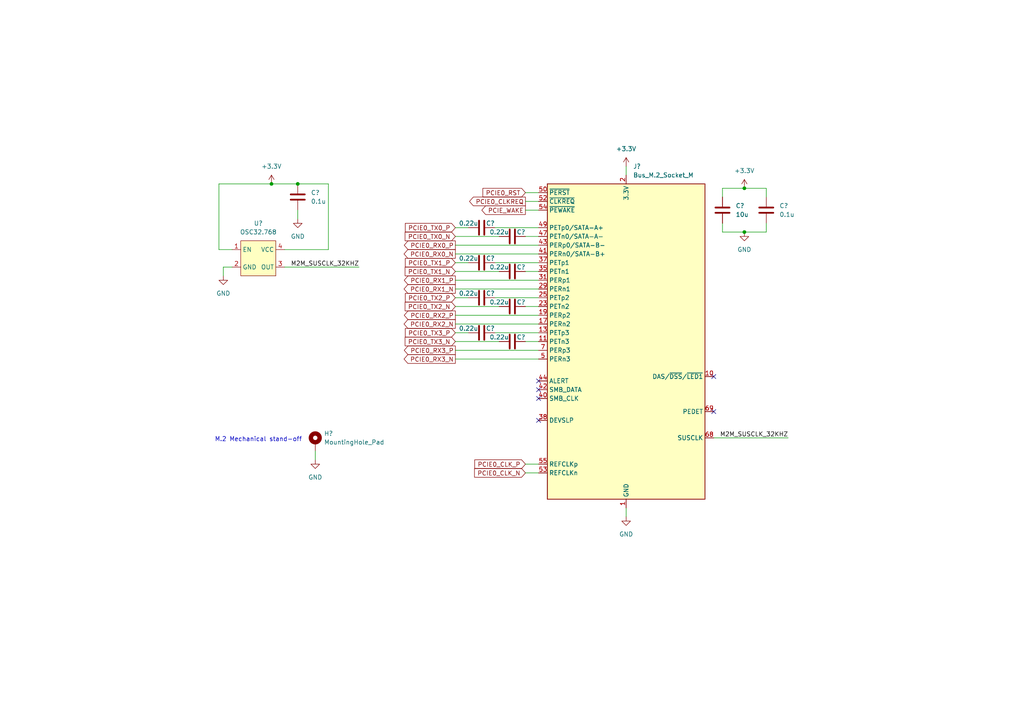
<source format=kicad_sch>
(kicad_sch (version 20211123) (generator eeschema)
  (paper "A4")
  (title_block (title "M.2 SSD (Key M)") (date "2022-09-18") (rev "1.0"))
  (lib_symbols
    (symbol "Connector:Bus_M.2_Socket_M"
      (property "Reference" "J?" (at 2.0194 50.8 0))
      (property "Value" "Bus_M.2_Socket_M" (at 2.0194 48.26 0))
      (symbol "Bus_M.2_Socket_M_0_1"
        (rectangle (start -22.86 45.72) (end 22.86 -45.72) (stroke (width 0.254)) (fill (type background)))
      )
      (symbol "Bus_M.2_Socket_M_1_1"
        (pin power_in line (at 0 -48.26 90) (length 2.54) (name "GND") (number "1"))
        (pin bidirectional line (at 25.4 -10.16 180) (length 2.54) (name "DAS/~{DSS}/~{LED1}") (number "10"))
        (pin output line (at -25.4 0 0) (length 2.54) (name "PETn3") (number "11"))
        (pin passive line (at 0 48.26 270) (length 2.54) hide (name "3.3V") (number "12"))
        (pin output line (at -25.4 2.54 0) (length 2.54) (name "PETp3") (number "13"))
        (pin passive line (at 0 48.26 270) (length 2.54) hide (name "3.3V") (number "14"))
        (pin passive line (at 0 -48.26 90) (length 2.54) hide (name "GND") (number "15"))
        (pin passive line (at 0 48.26 270) (length 2.54) hide (name "3.3V") (number "16"))
        (pin input line (at -25.4 5.08 0) (length 2.54) (name "PERn2") (number "17"))
        (pin passive line (at 0 48.26 270) (length 2.54) hide (name "3.3V") (number "18"))
        (pin input line (at -25.4 7.62 0) (length 2.54) (name "PERp2") (number "19"))
        (pin power_in line (at 0 48.26 270) (length 2.54) (name "3.3V") (number "2"))
        (pin no_connect line (at 22.86 2.54 180) (length 2.54) hide (name "NC") (number "20"))
        (pin passive line (at 0 -48.26 90) (length 2.54) hide (name "GND") (number "21"))
        (pin no_connect line (at 22.86 5.08 180) (length 2.54) hide (name "NC") (number "22"))
        (pin output line (at -25.4 10.16 0) (length 2.54) (name "PETn2") (number "23"))
        (pin no_connect line (at 22.86 7.62 180) (length 2.54) hide (name "NC") (number "24"))
        (pin output line (at -25.4 12.7 0) (length 2.54) (name "PETp2") (number "25"))
        (pin no_connect line (at 22.86 10.16 180) (length 2.54) hide (name "NC") (number "26"))
        (pin passive line (at 0 -48.26 90) (length 2.54) hide (name "GND") (number "27"))
        (pin no_connect line (at 22.86 12.7 180) (length 2.54) hide (name "NC") (number "28"))
        (pin input line (at -25.4 15.24 0) (length 2.54) (name "PERn1") (number "29"))
        (pin passive line (at 0 -48.26 90) (length 2.54) hide (name "GND") (number "3"))
        (pin no_connect line (at 22.86 15.24 180) (length 2.54) hide (name "NC") (number "30"))
        (pin input line (at -25.4 17.78 0) (length 2.54) (name "PERp1") (number "31"))
        (pin no_connect line (at 22.86 17.78 180) (length 2.54) hide (name "NC") (number "32"))
        (pin passive line (at 0 -48.26 90) (length 2.54) hide (name "GND") (number "33"))
        (pin no_connect line (at 22.86 20.32 180) (length 2.54) hide (name "NC") (number "34"))
        (pin output line (at -25.4 20.32 0) (length 2.54) (name "PETn1") (number "35"))
        (pin no_connect line (at 22.86 22.86 180) (length 2.54) hide (name "NC") (number "36"))
        (pin output line (at -25.4 22.86 0) (length 2.54) (name "PETp1") (number "37"))
        (pin output line (at -25.4 -22.86 0) (length 2.54) (name "DEVSLP") (number "38"))
        (pin passive line (at 0 -48.26 90) (length 2.54) hide (name "GND") (number "39"))
        (pin passive line (at 0 48.26 270) (length 2.54) hide (name "3.3V") (number "4"))
        (pin input line (at -25.4 -16.51 0) (length 2.54) (name "SMB_CLK") (number "40"))
        (pin input line (at -25.4 25.4 0) (length 2.54) (name "PERn0/SATA-B+") (number "41"))
        (pin input line (at -25.4 -13.97 0) (length 2.54) (name "SMB_DATA") (number "42"))
        (pin input line (at -25.4 27.94 0) (length 2.54) (name "PERp0/SATA-B-") (number "43"))
        (pin input line (at -25.4 -11.43 0) (length 2.54) (name "ALERT") (number "44"))
        (pin passive line (at 0 -48.26 90) (length 2.54) hide (name "GND") (number "45"))
        (pin no_connect line (at 22.86 33.02 180) (length 2.54) hide (name "NC") (number "46"))
        (pin output line (at -25.4 30.48 0) (length 2.54) (name "PETn0/SATA-A-") (number "47"))
        (pin no_connect line (at 22.86 35.56 180) (length 2.54) hide (name "NC") (number "48"))
        (pin output line (at -25.4 33.02 0) (length 2.54) (name "PETp0/SATA-A+") (number "49"))
        (pin input line (at -25.4 -5.08 0) (length 2.54) (name "PERn3") (number "5"))
        (pin output line (at -25.4 43.18 0) (length 2.54) (name "~{PERST}") (number "50"))
        (pin passive line (at 0 -48.26 90) (length 2.54) hide (name "GND") (number "51"))
        (pin bidirectional line (at -25.4 40.64 0) (length 2.54) (name "~{CLKREQ}") (number "52"))
        (pin output line (at -25.4 -38.1 0) (length 2.54) (name "REFCLKn") (number "53"))
        (pin bidirectional line (at -25.4 38.1 0) (length 2.54) (name "~{PEWAKE}") (number "54"))
        (pin output line (at -25.4 -35.56 0) (length 2.54) (name "REFCLKp") (number "55"))
        (pin no_connect line (at 22.86 38.1 180) (length 2.54) hide (name "NC") (number "56"))
        (pin passive line (at 0 -48.26 90) (length 2.54) hide (name "GND") (number "57"))
        (pin no_connect line (at 22.86 40.64 180) (length 2.54) hide (name "NC") (number "58"))
        (pin no_connect line (at 22.86 -2.54 180) (length 2.54) hide (name "NC") (number "6"))
        (pin no_connect line (at 22.86 -5.08 180) (length 2.54) hide (name "NC") (number "67"))
        (pin output line (at 25.4 -27.94 180) (length 2.54) (name "SUSCLK") (number "68"))
        (pin passive line (at 25.4 -20.32 180) (length 2.54) (name "PEDET") (number "69"))
        (pin input line (at -25.4 -2.54 0) (length 2.54) (name "PERp3") (number "7"))
        (pin passive line (at 0 48.26 270) (length 2.54) hide (name "3.3V") (number "70"))
        (pin passive line (at 0 -48.26 90) (length 2.54) hide (name "GND") (number "71"))
        (pin passive line (at 0 48.26 270) (length 2.54) hide (name "3.3V") (number "72"))
        (pin passive line (at 0 -48.26 90) (length 2.54) hide (name "GND") (number "73"))
        (pin passive line (at 0 48.26 270) (length 2.54) hide (name "3.3V") (number "74"))
        (pin passive line (at 0 -48.26 90) (length 2.54) hide (name "GND") (number "75"))
        (pin no_connect line (at 22.86 0 180) (length 2.54) hide (name "NC") (number "8"))
        (pin passive line (at 0 -48.26 90) (length 2.54) hide (name "GND") (number "9"))
      )
    )
    (symbol "Crystals:OSC32.768"
      (property "Reference" "U" (at 0 5.08 0))
      (property "Value" "OSC32.768" (at 0 2.54 0))
      (symbol "OSC32.768_0_1"
        (rectangle (start -5.08 0) (end 5.08 -10.16) (fill (type background)))
      )
      (symbol "OSC32.768_1_1"
        (pin input line (at -7.62 -2.54 0) (length 2.54) (name "EN") (number "1"))
        (pin input line (at -7.62 -7.62 0) (length 2.54) (name "GND") (number "2"))
        (pin input line (at 7.62 -7.62 180) (length 2.54) (name "OUT") (number "3"))
        (pin input line (at 7.62 -2.54 180) (length 2.54) (name "VCC") (number "4"))
      )
    )
    (symbol "Device:C" (pin_numbers hide) (pin_names (offset 0.254))
      (property "Reference" "C" (at 0.635 2.54 0))
      (property "Value" "C" (at 0.635 -2.54 0))
      (symbol "C_0_1"
        (polyline (pts (xy -2.032 -0.762) (xy 2.032 -0.762)) (stroke (width 0.508)))
        (polyline (pts (xy -2.032 0.762) (xy 2.032 0.762)) (stroke (width 0.508)))
      )
      (symbol "C_1_1"
        (pin passive line (at 0 3.81 270) (length 2.794) (name "~") (number "1"))
        (pin passive line (at 0 -3.81 90) (length 2.794) (name "~") (number "2"))
      )
    )
    (symbol "Mechanical:MountingHole_Pad" (pin_numbers hide) (pin_names (offset 1.016) hide)
      (property "Reference" "H" (at 0 6.35 0))
      (property "Value" "MountingHole_Pad" (at 0 4.445 0))
      (symbol "MountingHole_Pad_0_1"
        (circle (center 0 1.27) (radius 1.27) (stroke (width 1.27)))
      )
      (symbol "MountingHole_Pad_1_1"
        (pin input line (at 0 -2.54 90) (length 2.54) (name "1") (number "1"))
      )
    )
    (symbol "power:+3.3V" (power) (pin_names (offset 0))
      (property "Value" "+3.3V" (at 0 3.556 0))
      (symbol "+3.3V_0_1"
        (polyline (pts (xy -0.762 1.27) (xy 0 2.54)))
        (polyline (pts (xy 0 0) (xy 0 2.54)))
        (polyline (pts (xy 0 2.54) (xy 0.762 1.27)))
      )
      (symbol "+3.3V_1_1"
        (pin power_in line (at 0 0 90) (length 0) hide (name "+3.3V") (number "1"))
      )
    )
    (symbol "power:GND" (power) (pin_names (offset 0))
      (property "Value" "GND" (at 0 -3.81 0))
      (symbol "GND_0_1"
        (polyline (pts (xy 0 0) (xy 0 -1.27) (xy 1.27 -1.27) (xy 0 -2.54) (xy -1.27 -1.27) (xy 0 -1.27)))
      )
      (symbol "GND_1_1"
        (pin power_in line (at 0 0 270) (length 0) hide (name "GND") (number "1"))
      )
    )
  )
  (junction (at 215.9 54.61))
  (junction (at 215.9 67.31))
  (junction (at 78.74 53.34))
  (junction (at 86.36 53.34))
  (no_connect (at 156.21 110.49))
  (no_connect (at 156.21 113.03))
  (no_connect (at 156.21 115.57))
  (no_connect (at 156.21 121.92))
  (no_connect (at 207.01 109.22))
  (no_connect (at 207.01 119.38))
  (wire (pts (xy 209.55 57.15) (xy 209.55 54.61)))
  (wire (pts (xy 132.08 86.36) (xy 135.89 86.36)))
  (wire (pts (xy 95.25 53.34) (xy 86.36 53.34)))
  (wire (pts (xy 132.08 91.44) (xy 156.21 91.44)))
  (wire (pts (xy 132.08 101.6) (xy 156.21 101.6)))
  (wire (pts (xy 82.55 72.39) (xy 95.25 72.39)))
  (wire (pts (xy 152.4 68.58) (xy 156.21 68.58)))
  (wire (pts (xy 143.51 76.2) (xy 156.21 76.2)))
  (wire (pts (xy 207.01 127) (xy 228.6 127)))
  (wire (pts (xy 132.08 76.2) (xy 135.89 76.2)))
  (wire (pts (xy 86.36 60.96) (xy 86.36 63.5)))
  (wire (pts (xy 132.08 104.14) (xy 156.21 104.14)))
  (wire (pts (xy 152.4 58.42) (xy 156.21 58.42)))
  (wire (pts (xy 82.55 77.47) (xy 104.14 77.47)))
  (wire (pts (xy 222.25 67.31) (xy 215.9 67.31)))
  (wire (pts (xy 63.5 72.39) (xy 67.31 72.39)))
  (wire (pts (xy 63.5 53.34) (xy 78.74 53.34)))
  (wire (pts (xy 152.4 88.9) (xy 156.21 88.9)))
  (wire (pts (xy 181.61 48.26) (xy 181.61 50.8)))
  (wire (pts (xy 64.77 77.47) (xy 67.31 77.47)))
  (wire (pts (xy 132.08 78.74) (xy 144.78 78.74)))
  (wire (pts (xy 152.4 55.88) (xy 156.21 55.88)))
  (wire (pts (xy 209.55 54.61) (xy 215.9 54.61)))
  (wire (pts (xy 132.08 88.9) (xy 144.78 88.9)))
  (wire (pts (xy 91.44 130.81) (xy 91.44 133.35)))
  (wire (pts (xy 132.08 71.12) (xy 156.21 71.12)))
  (wire (pts (xy 143.51 66.04) (xy 156.21 66.04)))
  (wire (pts (xy 64.77 80.01) (xy 64.77 77.47)))
  (wire (pts (xy 95.25 72.39) (xy 95.25 53.34)))
  (wire (pts (xy 152.4 134.62) (xy 156.21 134.62)))
  (wire (pts (xy 132.08 81.28) (xy 156.21 81.28)))
  (wire (pts (xy 152.4 60.96) (xy 156.21 60.96)))
  (wire (pts (xy 132.08 99.06) (xy 144.78 99.06)))
  (wire (pts (xy 132.08 96.52) (xy 135.89 96.52)))
  (wire (pts (xy 152.4 137.16) (xy 156.21 137.16)))
  (wire (pts (xy 132.08 66.04) (xy 135.89 66.04)))
  (wire (pts (xy 78.74 53.34) (xy 86.36 53.34)))
  (wire (pts (xy 143.51 86.36) (xy 156.21 86.36)))
  (wire (pts (xy 132.08 93.98) (xy 156.21 93.98)))
  (wire (pts (xy 222.25 54.61) (xy 215.9 54.61)))
  (wire (pts (xy 143.51 96.52) (xy 156.21 96.52)))
  (wire (pts (xy 132.08 68.58) (xy 144.78 68.58)))
  (wire (pts (xy 222.25 57.15) (xy 222.25 54.61)))
  (wire (pts (xy 152.4 99.06) (xy 156.21 99.06)))
  (wire (pts (xy 132.08 73.66) (xy 156.21 73.66)))
  (wire (pts (xy 152.4 78.74) (xy 156.21 78.74)))
  (wire (pts (xy 222.25 64.77) (xy 222.25 67.31)))
  (wire (pts (xy 181.61 147.32) (xy 181.61 149.86)))
  (wire (pts (xy 209.55 64.77) (xy 209.55 67.31)))
  (wire (pts (xy 63.5 53.34) (xy 63.5 72.39)))
  (wire (pts (xy 132.08 83.82) (xy 156.21 83.82)))
  (wire (pts (xy 209.55 67.31) (xy 215.9 67.31)))
  (text "M.2 Mechanical stand-off" (at 87.63 128.27 180) (effects (font (size 1.27 1.27)) (justify right bottom)))
  (label "M2M_SUSCLK_32KHZ" (at 228.6 127 180))
  (label "M2M_SUSCLK_32KHZ" (at 104.14 77.47 180))
  (global_label "PCIE0_TX3_P" (shape input) (at 132.08 96.52 180) (property "Intersheet References" "${INTERSHEET_REFS}" (effects hide)))
  (global_label "PCIE0_RX0_N" (shape output) (at 132.08 73.66 180) (property "Intersheet References" "${INTERSHEET_REFS}" (effects hide)))
  (global_label "PCIE0_RX2_N" (shape output) (at 132.08 93.98 180) (property "Intersheet References" "${INTERSHEET_REFS}" (effects hide)))
  (global_label "PCIE0_RX2_P" (shape output) (at 132.08 91.44 180) (property "Intersheet References" "${INTERSHEET_REFS}" (effects hide)))
  (global_label "PCIE0_TX0_P" (shape input) (at 132.08 66.04 180) (property "Intersheet References" "${INTERSHEET_REFS}" (effects hide)))
  (global_label "PCIE_WAKE" (shape output) (at 152.4 60.96 180) (property "Intersheet References" "${INTERSHEET_REFS}" (effects hide)))
  (global_label "PCIE0_RX3_P" (shape output) (at 132.08 101.6 180) (property "Intersheet References" "${INTERSHEET_REFS}" (effects hide)))
  (global_label "PCIE0_RX1_N" (shape output) (at 132.08 83.82 180) (property "Intersheet References" "${INTERSHEET_REFS}" (effects hide)))
  (global_label "PCIE0_CLKREQ" (shape output) (at 152.4 58.42 180) (property "Intersheet References" "${INTERSHEET_REFS}" (effects hide)))
  (global_label "PCIE0_TX2_N" (shape input) (at 132.08 88.9 180) (property "Intersheet References" "${INTERSHEET_REFS}" (effects hide)))
  (global_label "PCIE0_RX0_P" (shape output) (at 132.08 71.12 180) (property "Intersheet References" "${INTERSHEET_REFS}" (effects hide)))
  (global_label "PCIE0_TX1_P" (shape input) (at 132.08 76.2 180) (property "Intersheet References" "${INTERSHEET_REFS}" (effects hide)))
  (global_label "PCIE0_TX3_N" (shape input) (at 132.08 99.06 180) (property "Intersheet References" "${INTERSHEET_REFS}" (effects hide)))
  (global_label "PCIE0_TX1_N" (shape input) (at 132.08 78.74 180) (property "Intersheet References" "${INTERSHEET_REFS}" (effects hide)))
  (global_label "PCIE0_TX2_P" (shape input) (at 132.08 86.36 180) (property "Intersheet References" "${INTERSHEET_REFS}" (effects hide)))
  (global_label "PCIE0_TX0_N" (shape input) (at 132.08 68.58 180) (property "Intersheet References" "${INTERSHEET_REFS}" (effects hide)))
  (global_label "PCIE0_RX1_P" (shape output) (at 132.08 81.28 180) (property "Intersheet References" "${INTERSHEET_REFS}" (effects hide)))
  (global_label "PCIE0_RST" (shape input) (at 152.4 55.88 180) (property "Intersheet References" "${INTERSHEET_REFS}" (effects hide)))
  (global_label "PCIE0_CLK_N" (shape input) (at 152.4 137.16 180) (property "Intersheet References" "${INTERSHEET_REFS}" (effects hide)))
  (global_label "PCIE0_RX3_N" (shape output) (at 132.08 104.14 180) (property "Intersheet References" "${INTERSHEET_REFS}" (effects hide)))
  (global_label "PCIE0_CLK_P" (shape input) (at 152.4 134.62 180) (property "Intersheet References" "${INTERSHEET_REFS}" (effects hide)))
  (symbol (lib_id "Mechanical:MountingHole_Pad") (at 91.44 128.27 0) (unit 1)
    (property "Reference" "H?" (at 93.98 125.7299 0) (effects (justify left)))
    (property "Value" "MountingHole_Pad" (at 93.98 128.2699 0) (effects (justify left)))
  )
  (symbol (lib_id "Crystals:OSC32.768") (at 74.93 69.85 0) (unit 1)
    (property "Reference" "U?" (at 74.93 64.77 0))
    (property "Value" "OSC32.768" (at 74.93 67.31 0))
  )
  (symbol (lib_id "power:GND") (at 181.61 149.86 0) (unit 1)
    (property "Reference" "#PWR?" (effects hide))
    (property "Value" "GND" (at 181.61 154.94 0))
  )
  (symbol (lib_id "Device:C") (at 139.7 86.36 90) (unit 1)
    (property "Reference" "C?" (at 142.24 85.09 90))
    (property "Value" "0.22u" (at 135.89 85.09 90))
  )
  (symbol (lib_id "power:GND") (at 91.44 133.35 0) (unit 1)
    (property "Reference" "#PWR?" (effects hide))
    (property "Value" "GND" (at 91.44 138.43 0))
  )
  (symbol (lib_id "Device:C") (at 86.36 57.15 0) (unit 1)
    (property "Reference" "C?" (at 90.17 55.8799 0) (effects (justify left)))
    (property "Value" "0.1u" (at 90.17 58.4199 0) (effects (justify left)))
  )
  (symbol (lib_id "power:+3.3V") (at 78.74 53.34 0) (unit 1)
    (property "Reference" "#PWR?" (effects hide))
    (property "Value" "+3.3V" (at 78.74 48.26 0))
  )
  (symbol (lib_id "power:GND") (at 64.77 80.01 0) (unit 1)
    (property "Reference" "#PWR?" (effects hide))
    (property "Value" "GND" (at 64.77 85.09 0))
  )
  (symbol (lib_id "Device:C") (at 222.25 60.96 0) (unit 1)
    (property "Reference" "C?" (at 226.06 59.6899 0) (effects (justify left)))
    (property "Value" "0.1u" (at 226.06 62.2299 0) (effects (justify left)))
  )
  (symbol (lib_id "Device:C") (at 148.59 99.06 90) (unit 1)
    (property "Reference" "C?" (at 151.13 97.79 90))
    (property "Value" "0.22u" (at 144.78 97.79 90))
  )
  (symbol (lib_id "power:GND") (at 215.9 67.31 0) (unit 1)
    (property "Reference" "#PWR?" (effects hide))
    (property "Value" "GND" (at 215.9 72.39 0))
  )
  (symbol (lib_id "power:+3.3V") (at 215.9 54.61 0) (unit 1)
    (property "Reference" "#PWR?" (effects hide))
    (property "Value" "+3.3V" (at 215.9 49.53 0))
  )
  (symbol (lib_id "Device:C") (at 148.59 78.74 90) (unit 1)
    (property "Reference" "C?" (at 151.13 77.47 90))
    (property "Value" "0.22u" (at 144.78 77.47 90))
  )
  (symbol (lib_id "Device:C") (at 148.59 68.58 90) (unit 1)
    (property "Reference" "C?" (at 151.13 67.31 90))
    (property "Value" "0.22u" (at 144.78 67.31 90))
  )
  (symbol (lib_id "power:+3.3V") (at 181.61 48.26 0) (unit 1)
    (property "Reference" "#PWR?" (effects hide))
    (property "Value" "+3.3V" (at 181.61 43.18 0))
  )
  (symbol (lib_id "Connector:Bus_M.2_Socket_M") (at 181.61 99.06 0) (unit 1)
    (property "Reference" "J?" (at 183.6294 48.26 0) (effects (justify left)))
    (property "Value" "Bus_M.2_Socket_M" (at 183.6294 50.8 0) (effects (justify left)))
    (property "Datasheet" "http://read.pudn.com/downloads794/doc/project/3133918/PCIe_M.2_Electromechanical_Spec_Rev1.0_Final_11012013_RS_Clean.pdf#page=155" (effects hide))
  )
  (symbol (lib_id "Device:C") (at 139.7 76.2 90) (unit 1)
    (property "Reference" "C?" (at 142.24 74.93 90))
    (property "Value" "0.22u" (at 135.89 74.93 90))
  )
  (symbol (lib_id "Device:C") (at 139.7 66.04 90) (unit 1)
    (property "Reference" "C?" (at 142.24 64.77 90))
    (property "Value" "0.22u" (at 135.89 64.77 90))
  )
  (symbol (lib_id "power:GND") (at 86.36 63.5 0) (unit 1)
    (property "Reference" "#PWR?" (effects hide))
    (property "Value" "GND" (at 86.36 68.58 0))
  )
  (symbol (lib_id "Device:C") (at 139.7 96.52 90) (unit 1)
    (property "Reference" "C?" (at 142.24 95.25 90))
    (property "Value" "0.22u" (at 135.89 95.25 90))
  )
  (symbol (lib_id "Device:C") (at 148.59 88.9 90) (unit 1)
    (property "Reference" "C?" (at 151.13 87.63 90))
    (property "Value" "0.22u" (at 144.78 87.63 90))
  )
  (symbol (lib_id "Device:C") (at 209.55 60.96 0) (unit 1)
    (property "Reference" "C?" (at 213.36 59.6899 0) (effects (justify left)))
    (property "Value" "10u" (at 213.36 62.2299 0) (effects (justify left)))
  )
)
</source>
